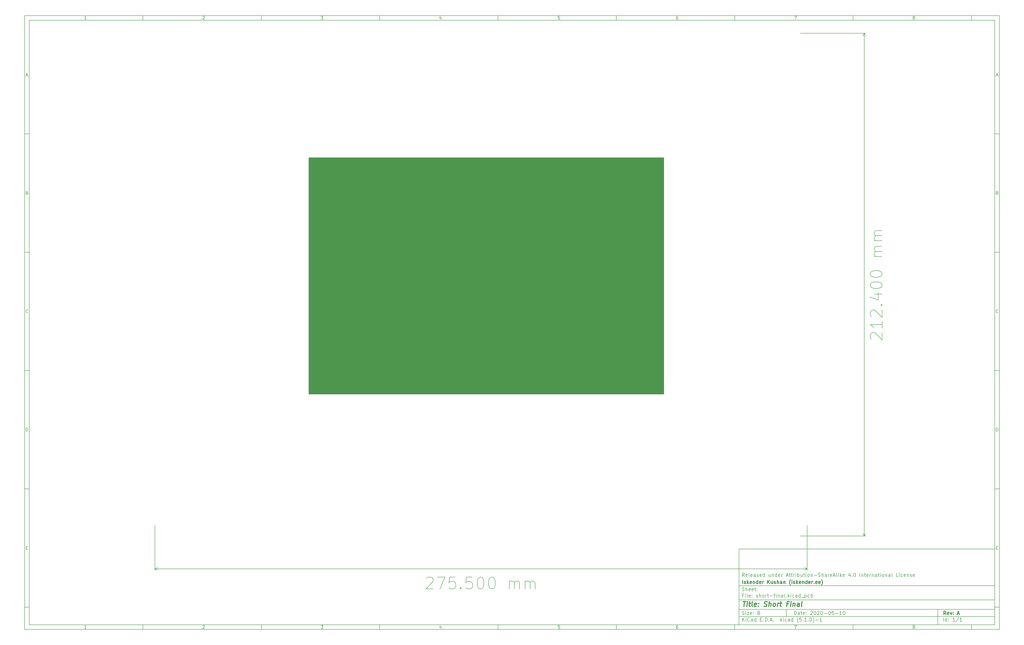
<source format=gbr>
G04 #@! TF.GenerationSoftware,KiCad,Pcbnew,(5.1.0)-1*
G04 #@! TF.CreationDate,2020-05-10T15:52:09-07:00*
G04 #@! TF.ProjectId,short-final,73686f72-742d-4666-996e-616c2e6b6963,A*
G04 #@! TF.SameCoordinates,Original*
G04 #@! TF.FileFunction,Drawing*
%FSLAX46Y46*%
G04 Gerber Fmt 4.6, Leading zero omitted, Abs format (unit mm)*
G04 Created by KiCad (PCBNEW (5.1.0)-1) date 2020-05-10 15:52:09*
%MOMM*%
%LPD*%
G04 APERTURE LIST*
%ADD10C,0.100000*%
%ADD11C,0.150000*%
%ADD12C,0.300000*%
%ADD13C,0.400000*%
G04 APERTURE END LIST*
D10*
D11*
X311800000Y-235400000D02*
X311800000Y-267400000D01*
X419800000Y-267400000D01*
X419800000Y-235400000D01*
X311800000Y-235400000D01*
D10*
D11*
X10000000Y-10000000D02*
X10000000Y-269400000D01*
X421800000Y-269400000D01*
X421800000Y-10000000D01*
X10000000Y-10000000D01*
D10*
D11*
X12000000Y-12000000D02*
X12000000Y-267400000D01*
X419800000Y-267400000D01*
X419800000Y-12000000D01*
X12000000Y-12000000D01*
D10*
D11*
X60000000Y-12000000D02*
X60000000Y-10000000D01*
D10*
D11*
X110000000Y-12000000D02*
X110000000Y-10000000D01*
D10*
D11*
X160000000Y-12000000D02*
X160000000Y-10000000D01*
D10*
D11*
X210000000Y-12000000D02*
X210000000Y-10000000D01*
D10*
D11*
X260000000Y-12000000D02*
X260000000Y-10000000D01*
D10*
D11*
X310000000Y-12000000D02*
X310000000Y-10000000D01*
D10*
D11*
X360000000Y-12000000D02*
X360000000Y-10000000D01*
D10*
D11*
X410000000Y-12000000D02*
X410000000Y-10000000D01*
D10*
D11*
X36065476Y-11588095D02*
X35322619Y-11588095D01*
X35694047Y-11588095D02*
X35694047Y-10288095D01*
X35570238Y-10473809D01*
X35446428Y-10597619D01*
X35322619Y-10659523D01*
D10*
D11*
X85322619Y-10411904D02*
X85384523Y-10350000D01*
X85508333Y-10288095D01*
X85817857Y-10288095D01*
X85941666Y-10350000D01*
X86003571Y-10411904D01*
X86065476Y-10535714D01*
X86065476Y-10659523D01*
X86003571Y-10845238D01*
X85260714Y-11588095D01*
X86065476Y-11588095D01*
D10*
D11*
X135260714Y-10288095D02*
X136065476Y-10288095D01*
X135632142Y-10783333D01*
X135817857Y-10783333D01*
X135941666Y-10845238D01*
X136003571Y-10907142D01*
X136065476Y-11030952D01*
X136065476Y-11340476D01*
X136003571Y-11464285D01*
X135941666Y-11526190D01*
X135817857Y-11588095D01*
X135446428Y-11588095D01*
X135322619Y-11526190D01*
X135260714Y-11464285D01*
D10*
D11*
X185941666Y-10721428D02*
X185941666Y-11588095D01*
X185632142Y-10226190D02*
X185322619Y-11154761D01*
X186127380Y-11154761D01*
D10*
D11*
X236003571Y-10288095D02*
X235384523Y-10288095D01*
X235322619Y-10907142D01*
X235384523Y-10845238D01*
X235508333Y-10783333D01*
X235817857Y-10783333D01*
X235941666Y-10845238D01*
X236003571Y-10907142D01*
X236065476Y-11030952D01*
X236065476Y-11340476D01*
X236003571Y-11464285D01*
X235941666Y-11526190D01*
X235817857Y-11588095D01*
X235508333Y-11588095D01*
X235384523Y-11526190D01*
X235322619Y-11464285D01*
D10*
D11*
X285941666Y-10288095D02*
X285694047Y-10288095D01*
X285570238Y-10350000D01*
X285508333Y-10411904D01*
X285384523Y-10597619D01*
X285322619Y-10845238D01*
X285322619Y-11340476D01*
X285384523Y-11464285D01*
X285446428Y-11526190D01*
X285570238Y-11588095D01*
X285817857Y-11588095D01*
X285941666Y-11526190D01*
X286003571Y-11464285D01*
X286065476Y-11340476D01*
X286065476Y-11030952D01*
X286003571Y-10907142D01*
X285941666Y-10845238D01*
X285817857Y-10783333D01*
X285570238Y-10783333D01*
X285446428Y-10845238D01*
X285384523Y-10907142D01*
X285322619Y-11030952D01*
D10*
D11*
X335260714Y-10288095D02*
X336127380Y-10288095D01*
X335570238Y-11588095D01*
D10*
D11*
X385570238Y-10845238D02*
X385446428Y-10783333D01*
X385384523Y-10721428D01*
X385322619Y-10597619D01*
X385322619Y-10535714D01*
X385384523Y-10411904D01*
X385446428Y-10350000D01*
X385570238Y-10288095D01*
X385817857Y-10288095D01*
X385941666Y-10350000D01*
X386003571Y-10411904D01*
X386065476Y-10535714D01*
X386065476Y-10597619D01*
X386003571Y-10721428D01*
X385941666Y-10783333D01*
X385817857Y-10845238D01*
X385570238Y-10845238D01*
X385446428Y-10907142D01*
X385384523Y-10969047D01*
X385322619Y-11092857D01*
X385322619Y-11340476D01*
X385384523Y-11464285D01*
X385446428Y-11526190D01*
X385570238Y-11588095D01*
X385817857Y-11588095D01*
X385941666Y-11526190D01*
X386003571Y-11464285D01*
X386065476Y-11340476D01*
X386065476Y-11092857D01*
X386003571Y-10969047D01*
X385941666Y-10907142D01*
X385817857Y-10845238D01*
D10*
D11*
X60000000Y-267400000D02*
X60000000Y-269400000D01*
D10*
D11*
X110000000Y-267400000D02*
X110000000Y-269400000D01*
D10*
D11*
X160000000Y-267400000D02*
X160000000Y-269400000D01*
D10*
D11*
X210000000Y-267400000D02*
X210000000Y-269400000D01*
D10*
D11*
X260000000Y-267400000D02*
X260000000Y-269400000D01*
D10*
D11*
X310000000Y-267400000D02*
X310000000Y-269400000D01*
D10*
D11*
X360000000Y-267400000D02*
X360000000Y-269400000D01*
D10*
D11*
X410000000Y-267400000D02*
X410000000Y-269400000D01*
D10*
D11*
X36065476Y-268988095D02*
X35322619Y-268988095D01*
X35694047Y-268988095D02*
X35694047Y-267688095D01*
X35570238Y-267873809D01*
X35446428Y-267997619D01*
X35322619Y-268059523D01*
D10*
D11*
X85322619Y-267811904D02*
X85384523Y-267750000D01*
X85508333Y-267688095D01*
X85817857Y-267688095D01*
X85941666Y-267750000D01*
X86003571Y-267811904D01*
X86065476Y-267935714D01*
X86065476Y-268059523D01*
X86003571Y-268245238D01*
X85260714Y-268988095D01*
X86065476Y-268988095D01*
D10*
D11*
X135260714Y-267688095D02*
X136065476Y-267688095D01*
X135632142Y-268183333D01*
X135817857Y-268183333D01*
X135941666Y-268245238D01*
X136003571Y-268307142D01*
X136065476Y-268430952D01*
X136065476Y-268740476D01*
X136003571Y-268864285D01*
X135941666Y-268926190D01*
X135817857Y-268988095D01*
X135446428Y-268988095D01*
X135322619Y-268926190D01*
X135260714Y-268864285D01*
D10*
D11*
X185941666Y-268121428D02*
X185941666Y-268988095D01*
X185632142Y-267626190D02*
X185322619Y-268554761D01*
X186127380Y-268554761D01*
D10*
D11*
X236003571Y-267688095D02*
X235384523Y-267688095D01*
X235322619Y-268307142D01*
X235384523Y-268245238D01*
X235508333Y-268183333D01*
X235817857Y-268183333D01*
X235941666Y-268245238D01*
X236003571Y-268307142D01*
X236065476Y-268430952D01*
X236065476Y-268740476D01*
X236003571Y-268864285D01*
X235941666Y-268926190D01*
X235817857Y-268988095D01*
X235508333Y-268988095D01*
X235384523Y-268926190D01*
X235322619Y-268864285D01*
D10*
D11*
X285941666Y-267688095D02*
X285694047Y-267688095D01*
X285570238Y-267750000D01*
X285508333Y-267811904D01*
X285384523Y-267997619D01*
X285322619Y-268245238D01*
X285322619Y-268740476D01*
X285384523Y-268864285D01*
X285446428Y-268926190D01*
X285570238Y-268988095D01*
X285817857Y-268988095D01*
X285941666Y-268926190D01*
X286003571Y-268864285D01*
X286065476Y-268740476D01*
X286065476Y-268430952D01*
X286003571Y-268307142D01*
X285941666Y-268245238D01*
X285817857Y-268183333D01*
X285570238Y-268183333D01*
X285446428Y-268245238D01*
X285384523Y-268307142D01*
X285322619Y-268430952D01*
D10*
D11*
X335260714Y-267688095D02*
X336127380Y-267688095D01*
X335570238Y-268988095D01*
D10*
D11*
X385570238Y-268245238D02*
X385446428Y-268183333D01*
X385384523Y-268121428D01*
X385322619Y-267997619D01*
X385322619Y-267935714D01*
X385384523Y-267811904D01*
X385446428Y-267750000D01*
X385570238Y-267688095D01*
X385817857Y-267688095D01*
X385941666Y-267750000D01*
X386003571Y-267811904D01*
X386065476Y-267935714D01*
X386065476Y-267997619D01*
X386003571Y-268121428D01*
X385941666Y-268183333D01*
X385817857Y-268245238D01*
X385570238Y-268245238D01*
X385446428Y-268307142D01*
X385384523Y-268369047D01*
X385322619Y-268492857D01*
X385322619Y-268740476D01*
X385384523Y-268864285D01*
X385446428Y-268926190D01*
X385570238Y-268988095D01*
X385817857Y-268988095D01*
X385941666Y-268926190D01*
X386003571Y-268864285D01*
X386065476Y-268740476D01*
X386065476Y-268492857D01*
X386003571Y-268369047D01*
X385941666Y-268307142D01*
X385817857Y-268245238D01*
D10*
D11*
X10000000Y-60000000D02*
X12000000Y-60000000D01*
D10*
D11*
X10000000Y-110000000D02*
X12000000Y-110000000D01*
D10*
D11*
X10000000Y-160000000D02*
X12000000Y-160000000D01*
D10*
D11*
X10000000Y-210000000D02*
X12000000Y-210000000D01*
D10*
D11*
X10000000Y-260000000D02*
X12000000Y-260000000D01*
D10*
D11*
X10690476Y-35216666D02*
X11309523Y-35216666D01*
X10566666Y-35588095D02*
X11000000Y-34288095D01*
X11433333Y-35588095D01*
D10*
D11*
X11092857Y-84907142D02*
X11278571Y-84969047D01*
X11340476Y-85030952D01*
X11402380Y-85154761D01*
X11402380Y-85340476D01*
X11340476Y-85464285D01*
X11278571Y-85526190D01*
X11154761Y-85588095D01*
X10659523Y-85588095D01*
X10659523Y-84288095D01*
X11092857Y-84288095D01*
X11216666Y-84350000D01*
X11278571Y-84411904D01*
X11340476Y-84535714D01*
X11340476Y-84659523D01*
X11278571Y-84783333D01*
X11216666Y-84845238D01*
X11092857Y-84907142D01*
X10659523Y-84907142D01*
D10*
D11*
X11402380Y-135464285D02*
X11340476Y-135526190D01*
X11154761Y-135588095D01*
X11030952Y-135588095D01*
X10845238Y-135526190D01*
X10721428Y-135402380D01*
X10659523Y-135278571D01*
X10597619Y-135030952D01*
X10597619Y-134845238D01*
X10659523Y-134597619D01*
X10721428Y-134473809D01*
X10845238Y-134350000D01*
X11030952Y-134288095D01*
X11154761Y-134288095D01*
X11340476Y-134350000D01*
X11402380Y-134411904D01*
D10*
D11*
X10659523Y-185588095D02*
X10659523Y-184288095D01*
X10969047Y-184288095D01*
X11154761Y-184350000D01*
X11278571Y-184473809D01*
X11340476Y-184597619D01*
X11402380Y-184845238D01*
X11402380Y-185030952D01*
X11340476Y-185278571D01*
X11278571Y-185402380D01*
X11154761Y-185526190D01*
X10969047Y-185588095D01*
X10659523Y-185588095D01*
D10*
D11*
X10721428Y-234907142D02*
X11154761Y-234907142D01*
X11340476Y-235588095D02*
X10721428Y-235588095D01*
X10721428Y-234288095D01*
X11340476Y-234288095D01*
D10*
D11*
X421800000Y-60000000D02*
X419800000Y-60000000D01*
D10*
D11*
X421800000Y-110000000D02*
X419800000Y-110000000D01*
D10*
D11*
X421800000Y-160000000D02*
X419800000Y-160000000D01*
D10*
D11*
X421800000Y-210000000D02*
X419800000Y-210000000D01*
D10*
D11*
X421800000Y-260000000D02*
X419800000Y-260000000D01*
D10*
D11*
X420490476Y-35216666D02*
X421109523Y-35216666D01*
X420366666Y-35588095D02*
X420800000Y-34288095D01*
X421233333Y-35588095D01*
D10*
D11*
X420892857Y-84907142D02*
X421078571Y-84969047D01*
X421140476Y-85030952D01*
X421202380Y-85154761D01*
X421202380Y-85340476D01*
X421140476Y-85464285D01*
X421078571Y-85526190D01*
X420954761Y-85588095D01*
X420459523Y-85588095D01*
X420459523Y-84288095D01*
X420892857Y-84288095D01*
X421016666Y-84350000D01*
X421078571Y-84411904D01*
X421140476Y-84535714D01*
X421140476Y-84659523D01*
X421078571Y-84783333D01*
X421016666Y-84845238D01*
X420892857Y-84907142D01*
X420459523Y-84907142D01*
D10*
D11*
X421202380Y-135464285D02*
X421140476Y-135526190D01*
X420954761Y-135588095D01*
X420830952Y-135588095D01*
X420645238Y-135526190D01*
X420521428Y-135402380D01*
X420459523Y-135278571D01*
X420397619Y-135030952D01*
X420397619Y-134845238D01*
X420459523Y-134597619D01*
X420521428Y-134473809D01*
X420645238Y-134350000D01*
X420830952Y-134288095D01*
X420954761Y-134288095D01*
X421140476Y-134350000D01*
X421202380Y-134411904D01*
D10*
D11*
X420459523Y-185588095D02*
X420459523Y-184288095D01*
X420769047Y-184288095D01*
X420954761Y-184350000D01*
X421078571Y-184473809D01*
X421140476Y-184597619D01*
X421202380Y-184845238D01*
X421202380Y-185030952D01*
X421140476Y-185278571D01*
X421078571Y-185402380D01*
X420954761Y-185526190D01*
X420769047Y-185588095D01*
X420459523Y-185588095D01*
D10*
D11*
X420521428Y-234907142D02*
X420954761Y-234907142D01*
X421140476Y-235588095D02*
X420521428Y-235588095D01*
X420521428Y-234288095D01*
X421140476Y-234288095D01*
D10*
D11*
X335232142Y-263178571D02*
X335232142Y-261678571D01*
X335589285Y-261678571D01*
X335803571Y-261750000D01*
X335946428Y-261892857D01*
X336017857Y-262035714D01*
X336089285Y-262321428D01*
X336089285Y-262535714D01*
X336017857Y-262821428D01*
X335946428Y-262964285D01*
X335803571Y-263107142D01*
X335589285Y-263178571D01*
X335232142Y-263178571D01*
X337375000Y-263178571D02*
X337375000Y-262392857D01*
X337303571Y-262250000D01*
X337160714Y-262178571D01*
X336875000Y-262178571D01*
X336732142Y-262250000D01*
X337375000Y-263107142D02*
X337232142Y-263178571D01*
X336875000Y-263178571D01*
X336732142Y-263107142D01*
X336660714Y-262964285D01*
X336660714Y-262821428D01*
X336732142Y-262678571D01*
X336875000Y-262607142D01*
X337232142Y-262607142D01*
X337375000Y-262535714D01*
X337875000Y-262178571D02*
X338446428Y-262178571D01*
X338089285Y-261678571D02*
X338089285Y-262964285D01*
X338160714Y-263107142D01*
X338303571Y-263178571D01*
X338446428Y-263178571D01*
X339517857Y-263107142D02*
X339375000Y-263178571D01*
X339089285Y-263178571D01*
X338946428Y-263107142D01*
X338875000Y-262964285D01*
X338875000Y-262392857D01*
X338946428Y-262250000D01*
X339089285Y-262178571D01*
X339375000Y-262178571D01*
X339517857Y-262250000D01*
X339589285Y-262392857D01*
X339589285Y-262535714D01*
X338875000Y-262678571D01*
X340232142Y-263035714D02*
X340303571Y-263107142D01*
X340232142Y-263178571D01*
X340160714Y-263107142D01*
X340232142Y-263035714D01*
X340232142Y-263178571D01*
X340232142Y-262250000D02*
X340303571Y-262321428D01*
X340232142Y-262392857D01*
X340160714Y-262321428D01*
X340232142Y-262250000D01*
X340232142Y-262392857D01*
X342017857Y-261821428D02*
X342089285Y-261750000D01*
X342232142Y-261678571D01*
X342589285Y-261678571D01*
X342732142Y-261750000D01*
X342803571Y-261821428D01*
X342875000Y-261964285D01*
X342875000Y-262107142D01*
X342803571Y-262321428D01*
X341946428Y-263178571D01*
X342875000Y-263178571D01*
X343803571Y-261678571D02*
X343946428Y-261678571D01*
X344089285Y-261750000D01*
X344160714Y-261821428D01*
X344232142Y-261964285D01*
X344303571Y-262250000D01*
X344303571Y-262607142D01*
X344232142Y-262892857D01*
X344160714Y-263035714D01*
X344089285Y-263107142D01*
X343946428Y-263178571D01*
X343803571Y-263178571D01*
X343660714Y-263107142D01*
X343589285Y-263035714D01*
X343517857Y-262892857D01*
X343446428Y-262607142D01*
X343446428Y-262250000D01*
X343517857Y-261964285D01*
X343589285Y-261821428D01*
X343660714Y-261750000D01*
X343803571Y-261678571D01*
X344875000Y-261821428D02*
X344946428Y-261750000D01*
X345089285Y-261678571D01*
X345446428Y-261678571D01*
X345589285Y-261750000D01*
X345660714Y-261821428D01*
X345732142Y-261964285D01*
X345732142Y-262107142D01*
X345660714Y-262321428D01*
X344803571Y-263178571D01*
X345732142Y-263178571D01*
X346660714Y-261678571D02*
X346803571Y-261678571D01*
X346946428Y-261750000D01*
X347017857Y-261821428D01*
X347089285Y-261964285D01*
X347160714Y-262250000D01*
X347160714Y-262607142D01*
X347089285Y-262892857D01*
X347017857Y-263035714D01*
X346946428Y-263107142D01*
X346803571Y-263178571D01*
X346660714Y-263178571D01*
X346517857Y-263107142D01*
X346446428Y-263035714D01*
X346375000Y-262892857D01*
X346303571Y-262607142D01*
X346303571Y-262250000D01*
X346375000Y-261964285D01*
X346446428Y-261821428D01*
X346517857Y-261750000D01*
X346660714Y-261678571D01*
X347803571Y-262607142D02*
X348946428Y-262607142D01*
X349946428Y-261678571D02*
X350089285Y-261678571D01*
X350232142Y-261750000D01*
X350303571Y-261821428D01*
X350375000Y-261964285D01*
X350446428Y-262250000D01*
X350446428Y-262607142D01*
X350375000Y-262892857D01*
X350303571Y-263035714D01*
X350232142Y-263107142D01*
X350089285Y-263178571D01*
X349946428Y-263178571D01*
X349803571Y-263107142D01*
X349732142Y-263035714D01*
X349660714Y-262892857D01*
X349589285Y-262607142D01*
X349589285Y-262250000D01*
X349660714Y-261964285D01*
X349732142Y-261821428D01*
X349803571Y-261750000D01*
X349946428Y-261678571D01*
X351803571Y-261678571D02*
X351089285Y-261678571D01*
X351017857Y-262392857D01*
X351089285Y-262321428D01*
X351232142Y-262250000D01*
X351589285Y-262250000D01*
X351732142Y-262321428D01*
X351803571Y-262392857D01*
X351875000Y-262535714D01*
X351875000Y-262892857D01*
X351803571Y-263035714D01*
X351732142Y-263107142D01*
X351589285Y-263178571D01*
X351232142Y-263178571D01*
X351089285Y-263107142D01*
X351017857Y-263035714D01*
X352517857Y-262607142D02*
X353660714Y-262607142D01*
X355160714Y-263178571D02*
X354303571Y-263178571D01*
X354732142Y-263178571D02*
X354732142Y-261678571D01*
X354589285Y-261892857D01*
X354446428Y-262035714D01*
X354303571Y-262107142D01*
X356089285Y-261678571D02*
X356232142Y-261678571D01*
X356375000Y-261750000D01*
X356446428Y-261821428D01*
X356517857Y-261964285D01*
X356589285Y-262250000D01*
X356589285Y-262607142D01*
X356517857Y-262892857D01*
X356446428Y-263035714D01*
X356375000Y-263107142D01*
X356232142Y-263178571D01*
X356089285Y-263178571D01*
X355946428Y-263107142D01*
X355875000Y-263035714D01*
X355803571Y-262892857D01*
X355732142Y-262607142D01*
X355732142Y-262250000D01*
X355803571Y-261964285D01*
X355875000Y-261821428D01*
X355946428Y-261750000D01*
X356089285Y-261678571D01*
D10*
D11*
X311800000Y-263900000D02*
X419800000Y-263900000D01*
D10*
D11*
X313232142Y-265978571D02*
X313232142Y-264478571D01*
X314089285Y-265978571D02*
X313446428Y-265121428D01*
X314089285Y-264478571D02*
X313232142Y-265335714D01*
X314732142Y-265978571D02*
X314732142Y-264978571D01*
X314732142Y-264478571D02*
X314660714Y-264550000D01*
X314732142Y-264621428D01*
X314803571Y-264550000D01*
X314732142Y-264478571D01*
X314732142Y-264621428D01*
X316303571Y-265835714D02*
X316232142Y-265907142D01*
X316017857Y-265978571D01*
X315875000Y-265978571D01*
X315660714Y-265907142D01*
X315517857Y-265764285D01*
X315446428Y-265621428D01*
X315375000Y-265335714D01*
X315375000Y-265121428D01*
X315446428Y-264835714D01*
X315517857Y-264692857D01*
X315660714Y-264550000D01*
X315875000Y-264478571D01*
X316017857Y-264478571D01*
X316232142Y-264550000D01*
X316303571Y-264621428D01*
X317589285Y-265978571D02*
X317589285Y-265192857D01*
X317517857Y-265050000D01*
X317375000Y-264978571D01*
X317089285Y-264978571D01*
X316946428Y-265050000D01*
X317589285Y-265907142D02*
X317446428Y-265978571D01*
X317089285Y-265978571D01*
X316946428Y-265907142D01*
X316875000Y-265764285D01*
X316875000Y-265621428D01*
X316946428Y-265478571D01*
X317089285Y-265407142D01*
X317446428Y-265407142D01*
X317589285Y-265335714D01*
X318946428Y-265978571D02*
X318946428Y-264478571D01*
X318946428Y-265907142D02*
X318803571Y-265978571D01*
X318517857Y-265978571D01*
X318375000Y-265907142D01*
X318303571Y-265835714D01*
X318232142Y-265692857D01*
X318232142Y-265264285D01*
X318303571Y-265121428D01*
X318375000Y-265050000D01*
X318517857Y-264978571D01*
X318803571Y-264978571D01*
X318946428Y-265050000D01*
X320803571Y-265192857D02*
X321303571Y-265192857D01*
X321517857Y-265978571D02*
X320803571Y-265978571D01*
X320803571Y-264478571D01*
X321517857Y-264478571D01*
X322160714Y-265835714D02*
X322232142Y-265907142D01*
X322160714Y-265978571D01*
X322089285Y-265907142D01*
X322160714Y-265835714D01*
X322160714Y-265978571D01*
X322875000Y-265978571D02*
X322875000Y-264478571D01*
X323232142Y-264478571D01*
X323446428Y-264550000D01*
X323589285Y-264692857D01*
X323660714Y-264835714D01*
X323732142Y-265121428D01*
X323732142Y-265335714D01*
X323660714Y-265621428D01*
X323589285Y-265764285D01*
X323446428Y-265907142D01*
X323232142Y-265978571D01*
X322875000Y-265978571D01*
X324375000Y-265835714D02*
X324446428Y-265907142D01*
X324375000Y-265978571D01*
X324303571Y-265907142D01*
X324375000Y-265835714D01*
X324375000Y-265978571D01*
X325017857Y-265550000D02*
X325732142Y-265550000D01*
X324875000Y-265978571D02*
X325375000Y-264478571D01*
X325875000Y-265978571D01*
X326375000Y-265835714D02*
X326446428Y-265907142D01*
X326375000Y-265978571D01*
X326303571Y-265907142D01*
X326375000Y-265835714D01*
X326375000Y-265978571D01*
X329375000Y-265978571D02*
X329375000Y-264478571D01*
X329517857Y-265407142D02*
X329946428Y-265978571D01*
X329946428Y-264978571D02*
X329375000Y-265550000D01*
X330589285Y-265978571D02*
X330589285Y-264978571D01*
X330589285Y-264478571D02*
X330517857Y-264550000D01*
X330589285Y-264621428D01*
X330660714Y-264550000D01*
X330589285Y-264478571D01*
X330589285Y-264621428D01*
X331946428Y-265907142D02*
X331803571Y-265978571D01*
X331517857Y-265978571D01*
X331375000Y-265907142D01*
X331303571Y-265835714D01*
X331232142Y-265692857D01*
X331232142Y-265264285D01*
X331303571Y-265121428D01*
X331375000Y-265050000D01*
X331517857Y-264978571D01*
X331803571Y-264978571D01*
X331946428Y-265050000D01*
X333232142Y-265978571D02*
X333232142Y-265192857D01*
X333160714Y-265050000D01*
X333017857Y-264978571D01*
X332732142Y-264978571D01*
X332589285Y-265050000D01*
X333232142Y-265907142D02*
X333089285Y-265978571D01*
X332732142Y-265978571D01*
X332589285Y-265907142D01*
X332517857Y-265764285D01*
X332517857Y-265621428D01*
X332589285Y-265478571D01*
X332732142Y-265407142D01*
X333089285Y-265407142D01*
X333232142Y-265335714D01*
X334589285Y-265978571D02*
X334589285Y-264478571D01*
X334589285Y-265907142D02*
X334446428Y-265978571D01*
X334160714Y-265978571D01*
X334017857Y-265907142D01*
X333946428Y-265835714D01*
X333875000Y-265692857D01*
X333875000Y-265264285D01*
X333946428Y-265121428D01*
X334017857Y-265050000D01*
X334160714Y-264978571D01*
X334446428Y-264978571D01*
X334589285Y-265050000D01*
X336875000Y-266550000D02*
X336803571Y-266478571D01*
X336660714Y-266264285D01*
X336589285Y-266121428D01*
X336517857Y-265907142D01*
X336446428Y-265550000D01*
X336446428Y-265264285D01*
X336517857Y-264907142D01*
X336589285Y-264692857D01*
X336660714Y-264550000D01*
X336803571Y-264335714D01*
X336875000Y-264264285D01*
X338160714Y-264478571D02*
X337446428Y-264478571D01*
X337375000Y-265192857D01*
X337446428Y-265121428D01*
X337589285Y-265050000D01*
X337946428Y-265050000D01*
X338089285Y-265121428D01*
X338160714Y-265192857D01*
X338232142Y-265335714D01*
X338232142Y-265692857D01*
X338160714Y-265835714D01*
X338089285Y-265907142D01*
X337946428Y-265978571D01*
X337589285Y-265978571D01*
X337446428Y-265907142D01*
X337375000Y-265835714D01*
X338875000Y-265835714D02*
X338946428Y-265907142D01*
X338875000Y-265978571D01*
X338803571Y-265907142D01*
X338875000Y-265835714D01*
X338875000Y-265978571D01*
X340375000Y-265978571D02*
X339517857Y-265978571D01*
X339946428Y-265978571D02*
X339946428Y-264478571D01*
X339803571Y-264692857D01*
X339660714Y-264835714D01*
X339517857Y-264907142D01*
X341017857Y-265835714D02*
X341089285Y-265907142D01*
X341017857Y-265978571D01*
X340946428Y-265907142D01*
X341017857Y-265835714D01*
X341017857Y-265978571D01*
X342017857Y-264478571D02*
X342160714Y-264478571D01*
X342303571Y-264550000D01*
X342375000Y-264621428D01*
X342446428Y-264764285D01*
X342517857Y-265050000D01*
X342517857Y-265407142D01*
X342446428Y-265692857D01*
X342375000Y-265835714D01*
X342303571Y-265907142D01*
X342160714Y-265978571D01*
X342017857Y-265978571D01*
X341875000Y-265907142D01*
X341803571Y-265835714D01*
X341732142Y-265692857D01*
X341660714Y-265407142D01*
X341660714Y-265050000D01*
X341732142Y-264764285D01*
X341803571Y-264621428D01*
X341875000Y-264550000D01*
X342017857Y-264478571D01*
X343017857Y-266550000D02*
X343089285Y-266478571D01*
X343232142Y-266264285D01*
X343303571Y-266121428D01*
X343375000Y-265907142D01*
X343446428Y-265550000D01*
X343446428Y-265264285D01*
X343375000Y-264907142D01*
X343303571Y-264692857D01*
X343232142Y-264550000D01*
X343089285Y-264335714D01*
X343017857Y-264264285D01*
X344160714Y-265407142D02*
X345303571Y-265407142D01*
X346803571Y-265978571D02*
X345946428Y-265978571D01*
X346375000Y-265978571D02*
X346375000Y-264478571D01*
X346232142Y-264692857D01*
X346089285Y-264835714D01*
X345946428Y-264907142D01*
D10*
D11*
X311800000Y-260900000D02*
X419800000Y-260900000D01*
D10*
D12*
X399209285Y-263178571D02*
X398709285Y-262464285D01*
X398352142Y-263178571D02*
X398352142Y-261678571D01*
X398923571Y-261678571D01*
X399066428Y-261750000D01*
X399137857Y-261821428D01*
X399209285Y-261964285D01*
X399209285Y-262178571D01*
X399137857Y-262321428D01*
X399066428Y-262392857D01*
X398923571Y-262464285D01*
X398352142Y-262464285D01*
X400423571Y-263107142D02*
X400280714Y-263178571D01*
X399995000Y-263178571D01*
X399852142Y-263107142D01*
X399780714Y-262964285D01*
X399780714Y-262392857D01*
X399852142Y-262250000D01*
X399995000Y-262178571D01*
X400280714Y-262178571D01*
X400423571Y-262250000D01*
X400495000Y-262392857D01*
X400495000Y-262535714D01*
X399780714Y-262678571D01*
X400995000Y-262178571D02*
X401352142Y-263178571D01*
X401709285Y-262178571D01*
X402280714Y-263035714D02*
X402352142Y-263107142D01*
X402280714Y-263178571D01*
X402209285Y-263107142D01*
X402280714Y-263035714D01*
X402280714Y-263178571D01*
X402280714Y-262250000D02*
X402352142Y-262321428D01*
X402280714Y-262392857D01*
X402209285Y-262321428D01*
X402280714Y-262250000D01*
X402280714Y-262392857D01*
X404066428Y-262750000D02*
X404780714Y-262750000D01*
X403923571Y-263178571D02*
X404423571Y-261678571D01*
X404923571Y-263178571D01*
D10*
D11*
X313160714Y-263107142D02*
X313375000Y-263178571D01*
X313732142Y-263178571D01*
X313875000Y-263107142D01*
X313946428Y-263035714D01*
X314017857Y-262892857D01*
X314017857Y-262750000D01*
X313946428Y-262607142D01*
X313875000Y-262535714D01*
X313732142Y-262464285D01*
X313446428Y-262392857D01*
X313303571Y-262321428D01*
X313232142Y-262250000D01*
X313160714Y-262107142D01*
X313160714Y-261964285D01*
X313232142Y-261821428D01*
X313303571Y-261750000D01*
X313446428Y-261678571D01*
X313803571Y-261678571D01*
X314017857Y-261750000D01*
X314660714Y-263178571D02*
X314660714Y-262178571D01*
X314660714Y-261678571D02*
X314589285Y-261750000D01*
X314660714Y-261821428D01*
X314732142Y-261750000D01*
X314660714Y-261678571D01*
X314660714Y-261821428D01*
X315232142Y-262178571D02*
X316017857Y-262178571D01*
X315232142Y-263178571D01*
X316017857Y-263178571D01*
X317160714Y-263107142D02*
X317017857Y-263178571D01*
X316732142Y-263178571D01*
X316589285Y-263107142D01*
X316517857Y-262964285D01*
X316517857Y-262392857D01*
X316589285Y-262250000D01*
X316732142Y-262178571D01*
X317017857Y-262178571D01*
X317160714Y-262250000D01*
X317232142Y-262392857D01*
X317232142Y-262535714D01*
X316517857Y-262678571D01*
X317875000Y-263035714D02*
X317946428Y-263107142D01*
X317875000Y-263178571D01*
X317803571Y-263107142D01*
X317875000Y-263035714D01*
X317875000Y-263178571D01*
X317875000Y-262250000D02*
X317946428Y-262321428D01*
X317875000Y-262392857D01*
X317803571Y-262321428D01*
X317875000Y-262250000D01*
X317875000Y-262392857D01*
X320232142Y-262392857D02*
X320446428Y-262464285D01*
X320517857Y-262535714D01*
X320589285Y-262678571D01*
X320589285Y-262892857D01*
X320517857Y-263035714D01*
X320446428Y-263107142D01*
X320303571Y-263178571D01*
X319732142Y-263178571D01*
X319732142Y-261678571D01*
X320232142Y-261678571D01*
X320375000Y-261750000D01*
X320446428Y-261821428D01*
X320517857Y-261964285D01*
X320517857Y-262107142D01*
X320446428Y-262250000D01*
X320375000Y-262321428D01*
X320232142Y-262392857D01*
X319732142Y-262392857D01*
D10*
D11*
X398232142Y-265978571D02*
X398232142Y-264478571D01*
X399589285Y-265978571D02*
X399589285Y-264478571D01*
X399589285Y-265907142D02*
X399446428Y-265978571D01*
X399160714Y-265978571D01*
X399017857Y-265907142D01*
X398946428Y-265835714D01*
X398875000Y-265692857D01*
X398875000Y-265264285D01*
X398946428Y-265121428D01*
X399017857Y-265050000D01*
X399160714Y-264978571D01*
X399446428Y-264978571D01*
X399589285Y-265050000D01*
X400303571Y-265835714D02*
X400375000Y-265907142D01*
X400303571Y-265978571D01*
X400232142Y-265907142D01*
X400303571Y-265835714D01*
X400303571Y-265978571D01*
X400303571Y-265050000D02*
X400375000Y-265121428D01*
X400303571Y-265192857D01*
X400232142Y-265121428D01*
X400303571Y-265050000D01*
X400303571Y-265192857D01*
X402946428Y-265978571D02*
X402089285Y-265978571D01*
X402517857Y-265978571D02*
X402517857Y-264478571D01*
X402375000Y-264692857D01*
X402232142Y-264835714D01*
X402089285Y-264907142D01*
X404660714Y-264407142D02*
X403375000Y-266335714D01*
X405946428Y-265978571D02*
X405089285Y-265978571D01*
X405517857Y-265978571D02*
X405517857Y-264478571D01*
X405375000Y-264692857D01*
X405232142Y-264835714D01*
X405089285Y-264907142D01*
D10*
D11*
X311800000Y-256900000D02*
X419800000Y-256900000D01*
D10*
D13*
X313512380Y-257604761D02*
X314655238Y-257604761D01*
X313833809Y-259604761D02*
X314083809Y-257604761D01*
X315071904Y-259604761D02*
X315238571Y-258271428D01*
X315321904Y-257604761D02*
X315214761Y-257700000D01*
X315298095Y-257795238D01*
X315405238Y-257700000D01*
X315321904Y-257604761D01*
X315298095Y-257795238D01*
X315905238Y-258271428D02*
X316667142Y-258271428D01*
X316274285Y-257604761D02*
X316060000Y-259319047D01*
X316131428Y-259509523D01*
X316310000Y-259604761D01*
X316500476Y-259604761D01*
X317452857Y-259604761D02*
X317274285Y-259509523D01*
X317202857Y-259319047D01*
X317417142Y-257604761D01*
X318988571Y-259509523D02*
X318786190Y-259604761D01*
X318405238Y-259604761D01*
X318226666Y-259509523D01*
X318155238Y-259319047D01*
X318250476Y-258557142D01*
X318369523Y-258366666D01*
X318571904Y-258271428D01*
X318952857Y-258271428D01*
X319131428Y-258366666D01*
X319202857Y-258557142D01*
X319179047Y-258747619D01*
X318202857Y-258938095D01*
X319952857Y-259414285D02*
X320036190Y-259509523D01*
X319929047Y-259604761D01*
X319845714Y-259509523D01*
X319952857Y-259414285D01*
X319929047Y-259604761D01*
X320083809Y-258366666D02*
X320167142Y-258461904D01*
X320060000Y-258557142D01*
X319976666Y-258461904D01*
X320083809Y-258366666D01*
X320060000Y-258557142D01*
X322321904Y-259509523D02*
X322595714Y-259604761D01*
X323071904Y-259604761D01*
X323274285Y-259509523D01*
X323381428Y-259414285D01*
X323500476Y-259223809D01*
X323524285Y-259033333D01*
X323452857Y-258842857D01*
X323369523Y-258747619D01*
X323190952Y-258652380D01*
X322821904Y-258557142D01*
X322643333Y-258461904D01*
X322560000Y-258366666D01*
X322488571Y-258176190D01*
X322512380Y-257985714D01*
X322631428Y-257795238D01*
X322738571Y-257700000D01*
X322940952Y-257604761D01*
X323417142Y-257604761D01*
X323690952Y-257700000D01*
X324310000Y-259604761D02*
X324560000Y-257604761D01*
X325167142Y-259604761D02*
X325298095Y-258557142D01*
X325226666Y-258366666D01*
X325048095Y-258271428D01*
X324762380Y-258271428D01*
X324560000Y-258366666D01*
X324452857Y-258461904D01*
X326405238Y-259604761D02*
X326226666Y-259509523D01*
X326143333Y-259414285D01*
X326071904Y-259223809D01*
X326143333Y-258652380D01*
X326262380Y-258461904D01*
X326369523Y-258366666D01*
X326571904Y-258271428D01*
X326857619Y-258271428D01*
X327036190Y-258366666D01*
X327119523Y-258461904D01*
X327190952Y-258652380D01*
X327119523Y-259223809D01*
X327000476Y-259414285D01*
X326893333Y-259509523D01*
X326690952Y-259604761D01*
X326405238Y-259604761D01*
X327929047Y-259604761D02*
X328095714Y-258271428D01*
X328048095Y-258652380D02*
X328167142Y-258461904D01*
X328274285Y-258366666D01*
X328476666Y-258271428D01*
X328667142Y-258271428D01*
X329048095Y-258271428D02*
X329810000Y-258271428D01*
X329417142Y-257604761D02*
X329202857Y-259319047D01*
X329274285Y-259509523D01*
X329452857Y-259604761D01*
X329643333Y-259604761D01*
X332631428Y-258557142D02*
X331964761Y-258557142D01*
X331833809Y-259604761D02*
X332083809Y-257604761D01*
X333036190Y-257604761D01*
X333548095Y-259604761D02*
X333714761Y-258271428D01*
X333798095Y-257604761D02*
X333690952Y-257700000D01*
X333774285Y-257795238D01*
X333881428Y-257700000D01*
X333798095Y-257604761D01*
X333774285Y-257795238D01*
X334667142Y-258271428D02*
X334500476Y-259604761D01*
X334643333Y-258461904D02*
X334750476Y-258366666D01*
X334952857Y-258271428D01*
X335238571Y-258271428D01*
X335417142Y-258366666D01*
X335488571Y-258557142D01*
X335357619Y-259604761D01*
X337167142Y-259604761D02*
X337298095Y-258557142D01*
X337226666Y-258366666D01*
X337048095Y-258271428D01*
X336667142Y-258271428D01*
X336464761Y-258366666D01*
X337179047Y-259509523D02*
X336976666Y-259604761D01*
X336500476Y-259604761D01*
X336321904Y-259509523D01*
X336250476Y-259319047D01*
X336274285Y-259128571D01*
X336393333Y-258938095D01*
X336595714Y-258842857D01*
X337071904Y-258842857D01*
X337274285Y-258747619D01*
X338405238Y-259604761D02*
X338226666Y-259509523D01*
X338155238Y-259319047D01*
X338369523Y-257604761D01*
D10*
D11*
X313732142Y-254992857D02*
X313232142Y-254992857D01*
X313232142Y-255778571D02*
X313232142Y-254278571D01*
X313946428Y-254278571D01*
X314517857Y-255778571D02*
X314517857Y-254778571D01*
X314517857Y-254278571D02*
X314446428Y-254350000D01*
X314517857Y-254421428D01*
X314589285Y-254350000D01*
X314517857Y-254278571D01*
X314517857Y-254421428D01*
X315446428Y-255778571D02*
X315303571Y-255707142D01*
X315232142Y-255564285D01*
X315232142Y-254278571D01*
X316589285Y-255707142D02*
X316446428Y-255778571D01*
X316160714Y-255778571D01*
X316017857Y-255707142D01*
X315946428Y-255564285D01*
X315946428Y-254992857D01*
X316017857Y-254850000D01*
X316160714Y-254778571D01*
X316446428Y-254778571D01*
X316589285Y-254850000D01*
X316660714Y-254992857D01*
X316660714Y-255135714D01*
X315946428Y-255278571D01*
X317303571Y-255635714D02*
X317375000Y-255707142D01*
X317303571Y-255778571D01*
X317232142Y-255707142D01*
X317303571Y-255635714D01*
X317303571Y-255778571D01*
X317303571Y-254850000D02*
X317375000Y-254921428D01*
X317303571Y-254992857D01*
X317232142Y-254921428D01*
X317303571Y-254850000D01*
X317303571Y-254992857D01*
X319089285Y-255707142D02*
X319232142Y-255778571D01*
X319517857Y-255778571D01*
X319660714Y-255707142D01*
X319732142Y-255564285D01*
X319732142Y-255492857D01*
X319660714Y-255350000D01*
X319517857Y-255278571D01*
X319303571Y-255278571D01*
X319160714Y-255207142D01*
X319089285Y-255064285D01*
X319089285Y-254992857D01*
X319160714Y-254850000D01*
X319303571Y-254778571D01*
X319517857Y-254778571D01*
X319660714Y-254850000D01*
X320375000Y-255778571D02*
X320375000Y-254278571D01*
X321017857Y-255778571D02*
X321017857Y-254992857D01*
X320946428Y-254850000D01*
X320803571Y-254778571D01*
X320589285Y-254778571D01*
X320446428Y-254850000D01*
X320375000Y-254921428D01*
X321946428Y-255778571D02*
X321803571Y-255707142D01*
X321732142Y-255635714D01*
X321660714Y-255492857D01*
X321660714Y-255064285D01*
X321732142Y-254921428D01*
X321803571Y-254850000D01*
X321946428Y-254778571D01*
X322160714Y-254778571D01*
X322303571Y-254850000D01*
X322375000Y-254921428D01*
X322446428Y-255064285D01*
X322446428Y-255492857D01*
X322375000Y-255635714D01*
X322303571Y-255707142D01*
X322160714Y-255778571D01*
X321946428Y-255778571D01*
X323089285Y-255778571D02*
X323089285Y-254778571D01*
X323089285Y-255064285D02*
X323160714Y-254921428D01*
X323232142Y-254850000D01*
X323375000Y-254778571D01*
X323517857Y-254778571D01*
X323803571Y-254778571D02*
X324375000Y-254778571D01*
X324017857Y-254278571D02*
X324017857Y-255564285D01*
X324089285Y-255707142D01*
X324232142Y-255778571D01*
X324375000Y-255778571D01*
X324875000Y-255207142D02*
X326017857Y-255207142D01*
X326517857Y-254778571D02*
X327089285Y-254778571D01*
X326732142Y-255778571D02*
X326732142Y-254492857D01*
X326803571Y-254350000D01*
X326946428Y-254278571D01*
X327089285Y-254278571D01*
X327589285Y-255778571D02*
X327589285Y-254778571D01*
X327589285Y-254278571D02*
X327517857Y-254350000D01*
X327589285Y-254421428D01*
X327660714Y-254350000D01*
X327589285Y-254278571D01*
X327589285Y-254421428D01*
X328303571Y-254778571D02*
X328303571Y-255778571D01*
X328303571Y-254921428D02*
X328375000Y-254850000D01*
X328517857Y-254778571D01*
X328732142Y-254778571D01*
X328875000Y-254850000D01*
X328946428Y-254992857D01*
X328946428Y-255778571D01*
X330303571Y-255778571D02*
X330303571Y-254992857D01*
X330232142Y-254850000D01*
X330089285Y-254778571D01*
X329803571Y-254778571D01*
X329660714Y-254850000D01*
X330303571Y-255707142D02*
X330160714Y-255778571D01*
X329803571Y-255778571D01*
X329660714Y-255707142D01*
X329589285Y-255564285D01*
X329589285Y-255421428D01*
X329660714Y-255278571D01*
X329803571Y-255207142D01*
X330160714Y-255207142D01*
X330303571Y-255135714D01*
X331232142Y-255778571D02*
X331089285Y-255707142D01*
X331017857Y-255564285D01*
X331017857Y-254278571D01*
X331803571Y-255635714D02*
X331875000Y-255707142D01*
X331803571Y-255778571D01*
X331732142Y-255707142D01*
X331803571Y-255635714D01*
X331803571Y-255778571D01*
X332517857Y-255778571D02*
X332517857Y-254278571D01*
X332660714Y-255207142D02*
X333089285Y-255778571D01*
X333089285Y-254778571D02*
X332517857Y-255350000D01*
X333732142Y-255778571D02*
X333732142Y-254778571D01*
X333732142Y-254278571D02*
X333660714Y-254350000D01*
X333732142Y-254421428D01*
X333803571Y-254350000D01*
X333732142Y-254278571D01*
X333732142Y-254421428D01*
X335089285Y-255707142D02*
X334946428Y-255778571D01*
X334660714Y-255778571D01*
X334517857Y-255707142D01*
X334446428Y-255635714D01*
X334375000Y-255492857D01*
X334375000Y-255064285D01*
X334446428Y-254921428D01*
X334517857Y-254850000D01*
X334660714Y-254778571D01*
X334946428Y-254778571D01*
X335089285Y-254850000D01*
X336375000Y-255778571D02*
X336375000Y-254992857D01*
X336303571Y-254850000D01*
X336160714Y-254778571D01*
X335875000Y-254778571D01*
X335732142Y-254850000D01*
X336375000Y-255707142D02*
X336232142Y-255778571D01*
X335875000Y-255778571D01*
X335732142Y-255707142D01*
X335660714Y-255564285D01*
X335660714Y-255421428D01*
X335732142Y-255278571D01*
X335875000Y-255207142D01*
X336232142Y-255207142D01*
X336375000Y-255135714D01*
X337732142Y-255778571D02*
X337732142Y-254278571D01*
X337732142Y-255707142D02*
X337589285Y-255778571D01*
X337303571Y-255778571D01*
X337160714Y-255707142D01*
X337089285Y-255635714D01*
X337017857Y-255492857D01*
X337017857Y-255064285D01*
X337089285Y-254921428D01*
X337160714Y-254850000D01*
X337303571Y-254778571D01*
X337589285Y-254778571D01*
X337732142Y-254850000D01*
X338089285Y-255921428D02*
X339232142Y-255921428D01*
X339589285Y-254778571D02*
X339589285Y-256278571D01*
X339589285Y-254850000D02*
X339732142Y-254778571D01*
X340017857Y-254778571D01*
X340160714Y-254850000D01*
X340232142Y-254921428D01*
X340303571Y-255064285D01*
X340303571Y-255492857D01*
X340232142Y-255635714D01*
X340160714Y-255707142D01*
X340017857Y-255778571D01*
X339732142Y-255778571D01*
X339589285Y-255707142D01*
X341589285Y-255707142D02*
X341446428Y-255778571D01*
X341160714Y-255778571D01*
X341017857Y-255707142D01*
X340946428Y-255635714D01*
X340875000Y-255492857D01*
X340875000Y-255064285D01*
X340946428Y-254921428D01*
X341017857Y-254850000D01*
X341160714Y-254778571D01*
X341446428Y-254778571D01*
X341589285Y-254850000D01*
X342232142Y-255778571D02*
X342232142Y-254278571D01*
X342232142Y-254850000D02*
X342375000Y-254778571D01*
X342660714Y-254778571D01*
X342803571Y-254850000D01*
X342875000Y-254921428D01*
X342946428Y-255064285D01*
X342946428Y-255492857D01*
X342875000Y-255635714D01*
X342803571Y-255707142D01*
X342660714Y-255778571D01*
X342375000Y-255778571D01*
X342232142Y-255707142D01*
D10*
D11*
X311800000Y-250900000D02*
X419800000Y-250900000D01*
D10*
D11*
X313160714Y-253007142D02*
X313375000Y-253078571D01*
X313732142Y-253078571D01*
X313875000Y-253007142D01*
X313946428Y-252935714D01*
X314017857Y-252792857D01*
X314017857Y-252650000D01*
X313946428Y-252507142D01*
X313875000Y-252435714D01*
X313732142Y-252364285D01*
X313446428Y-252292857D01*
X313303571Y-252221428D01*
X313232142Y-252150000D01*
X313160714Y-252007142D01*
X313160714Y-251864285D01*
X313232142Y-251721428D01*
X313303571Y-251650000D01*
X313446428Y-251578571D01*
X313803571Y-251578571D01*
X314017857Y-251650000D01*
X314660714Y-253078571D02*
X314660714Y-251578571D01*
X315303571Y-253078571D02*
X315303571Y-252292857D01*
X315232142Y-252150000D01*
X315089285Y-252078571D01*
X314875000Y-252078571D01*
X314732142Y-252150000D01*
X314660714Y-252221428D01*
X316589285Y-253007142D02*
X316446428Y-253078571D01*
X316160714Y-253078571D01*
X316017857Y-253007142D01*
X315946428Y-252864285D01*
X315946428Y-252292857D01*
X316017857Y-252150000D01*
X316160714Y-252078571D01*
X316446428Y-252078571D01*
X316589285Y-252150000D01*
X316660714Y-252292857D01*
X316660714Y-252435714D01*
X315946428Y-252578571D01*
X317875000Y-253007142D02*
X317732142Y-253078571D01*
X317446428Y-253078571D01*
X317303571Y-253007142D01*
X317232142Y-252864285D01*
X317232142Y-252292857D01*
X317303571Y-252150000D01*
X317446428Y-252078571D01*
X317732142Y-252078571D01*
X317875000Y-252150000D01*
X317946428Y-252292857D01*
X317946428Y-252435714D01*
X317232142Y-252578571D01*
X318375000Y-252078571D02*
X318946428Y-252078571D01*
X318589285Y-251578571D02*
X318589285Y-252864285D01*
X318660714Y-253007142D01*
X318803571Y-253078571D01*
X318946428Y-253078571D01*
X319446428Y-252935714D02*
X319517857Y-253007142D01*
X319446428Y-253078571D01*
X319375000Y-253007142D01*
X319446428Y-252935714D01*
X319446428Y-253078571D01*
X319446428Y-252150000D02*
X319517857Y-252221428D01*
X319446428Y-252292857D01*
X319375000Y-252221428D01*
X319446428Y-252150000D01*
X319446428Y-252292857D01*
D10*
D12*
X313352142Y-250078571D02*
X313352142Y-248578571D01*
X313995000Y-250007142D02*
X314137857Y-250078571D01*
X314423571Y-250078571D01*
X314566428Y-250007142D01*
X314637857Y-249864285D01*
X314637857Y-249792857D01*
X314566428Y-249650000D01*
X314423571Y-249578571D01*
X314209285Y-249578571D01*
X314066428Y-249507142D01*
X313995000Y-249364285D01*
X313995000Y-249292857D01*
X314066428Y-249150000D01*
X314209285Y-249078571D01*
X314423571Y-249078571D01*
X314566428Y-249150000D01*
X315280714Y-250078571D02*
X315280714Y-248578571D01*
X315423571Y-249507142D02*
X315852142Y-250078571D01*
X315852142Y-249078571D02*
X315280714Y-249650000D01*
X317066428Y-250007142D02*
X316923571Y-250078571D01*
X316637857Y-250078571D01*
X316495000Y-250007142D01*
X316423571Y-249864285D01*
X316423571Y-249292857D01*
X316495000Y-249150000D01*
X316637857Y-249078571D01*
X316923571Y-249078571D01*
X317066428Y-249150000D01*
X317137857Y-249292857D01*
X317137857Y-249435714D01*
X316423571Y-249578571D01*
X317780714Y-249078571D02*
X317780714Y-250078571D01*
X317780714Y-249221428D02*
X317852142Y-249150000D01*
X317995000Y-249078571D01*
X318209285Y-249078571D01*
X318352142Y-249150000D01*
X318423571Y-249292857D01*
X318423571Y-250078571D01*
X319780714Y-250078571D02*
X319780714Y-248578571D01*
X319780714Y-250007142D02*
X319637857Y-250078571D01*
X319352142Y-250078571D01*
X319209285Y-250007142D01*
X319137857Y-249935714D01*
X319066428Y-249792857D01*
X319066428Y-249364285D01*
X319137857Y-249221428D01*
X319209285Y-249150000D01*
X319352142Y-249078571D01*
X319637857Y-249078571D01*
X319780714Y-249150000D01*
X321066428Y-250007142D02*
X320923571Y-250078571D01*
X320637857Y-250078571D01*
X320495000Y-250007142D01*
X320423571Y-249864285D01*
X320423571Y-249292857D01*
X320495000Y-249150000D01*
X320637857Y-249078571D01*
X320923571Y-249078571D01*
X321066428Y-249150000D01*
X321137857Y-249292857D01*
X321137857Y-249435714D01*
X320423571Y-249578571D01*
X321780714Y-250078571D02*
X321780714Y-249078571D01*
X321780714Y-249364285D02*
X321852142Y-249221428D01*
X321923571Y-249150000D01*
X322066428Y-249078571D01*
X322209285Y-249078571D01*
X323852142Y-250078571D02*
X323852142Y-248578571D01*
X324709285Y-250078571D02*
X324066428Y-249221428D01*
X324709285Y-248578571D02*
X323852142Y-249435714D01*
X325995000Y-249078571D02*
X325995000Y-250078571D01*
X325352142Y-249078571D02*
X325352142Y-249864285D01*
X325423571Y-250007142D01*
X325566428Y-250078571D01*
X325780714Y-250078571D01*
X325923571Y-250007142D01*
X325995000Y-249935714D01*
X326637857Y-250007142D02*
X326780714Y-250078571D01*
X327066428Y-250078571D01*
X327209285Y-250007142D01*
X327280714Y-249864285D01*
X327280714Y-249792857D01*
X327209285Y-249650000D01*
X327066428Y-249578571D01*
X326852142Y-249578571D01*
X326709285Y-249507142D01*
X326637857Y-249364285D01*
X326637857Y-249292857D01*
X326709285Y-249150000D01*
X326852142Y-249078571D01*
X327066428Y-249078571D01*
X327209285Y-249150000D01*
X327923571Y-250078571D02*
X327923571Y-248578571D01*
X328566428Y-250078571D02*
X328566428Y-249292857D01*
X328495000Y-249150000D01*
X328352142Y-249078571D01*
X328137857Y-249078571D01*
X327995000Y-249150000D01*
X327923571Y-249221428D01*
X329923571Y-250078571D02*
X329923571Y-249292857D01*
X329852142Y-249150000D01*
X329709285Y-249078571D01*
X329423571Y-249078571D01*
X329280714Y-249150000D01*
X329923571Y-250007142D02*
X329780714Y-250078571D01*
X329423571Y-250078571D01*
X329280714Y-250007142D01*
X329209285Y-249864285D01*
X329209285Y-249721428D01*
X329280714Y-249578571D01*
X329423571Y-249507142D01*
X329780714Y-249507142D01*
X329923571Y-249435714D01*
X330637857Y-249078571D02*
X330637857Y-250078571D01*
X330637857Y-249221428D02*
X330709285Y-249150000D01*
X330852142Y-249078571D01*
X331066428Y-249078571D01*
X331209285Y-249150000D01*
X331280714Y-249292857D01*
X331280714Y-250078571D01*
X333566428Y-250650000D02*
X333495000Y-250578571D01*
X333352142Y-250364285D01*
X333280714Y-250221428D01*
X333209285Y-250007142D01*
X333137857Y-249650000D01*
X333137857Y-249364285D01*
X333209285Y-249007142D01*
X333280714Y-248792857D01*
X333352142Y-248650000D01*
X333495000Y-248435714D01*
X333566428Y-248364285D01*
X334137857Y-250078571D02*
X334137857Y-249078571D01*
X334137857Y-248578571D02*
X334066428Y-248650000D01*
X334137857Y-248721428D01*
X334209285Y-248650000D01*
X334137857Y-248578571D01*
X334137857Y-248721428D01*
X334780714Y-250007142D02*
X334923571Y-250078571D01*
X335209285Y-250078571D01*
X335352142Y-250007142D01*
X335423571Y-249864285D01*
X335423571Y-249792857D01*
X335352142Y-249650000D01*
X335209285Y-249578571D01*
X334995000Y-249578571D01*
X334852142Y-249507142D01*
X334780714Y-249364285D01*
X334780714Y-249292857D01*
X334852142Y-249150000D01*
X334995000Y-249078571D01*
X335209285Y-249078571D01*
X335352142Y-249150000D01*
X336066428Y-250078571D02*
X336066428Y-248578571D01*
X336209285Y-249507142D02*
X336637857Y-250078571D01*
X336637857Y-249078571D02*
X336066428Y-249650000D01*
X337852142Y-250007142D02*
X337709285Y-250078571D01*
X337423571Y-250078571D01*
X337280714Y-250007142D01*
X337209285Y-249864285D01*
X337209285Y-249292857D01*
X337280714Y-249150000D01*
X337423571Y-249078571D01*
X337709285Y-249078571D01*
X337852142Y-249150000D01*
X337923571Y-249292857D01*
X337923571Y-249435714D01*
X337209285Y-249578571D01*
X338566428Y-249078571D02*
X338566428Y-250078571D01*
X338566428Y-249221428D02*
X338637857Y-249150000D01*
X338780714Y-249078571D01*
X338995000Y-249078571D01*
X339137857Y-249150000D01*
X339209285Y-249292857D01*
X339209285Y-250078571D01*
X340566428Y-250078571D02*
X340566428Y-248578571D01*
X340566428Y-250007142D02*
X340423571Y-250078571D01*
X340137857Y-250078571D01*
X339995000Y-250007142D01*
X339923571Y-249935714D01*
X339852142Y-249792857D01*
X339852142Y-249364285D01*
X339923571Y-249221428D01*
X339995000Y-249150000D01*
X340137857Y-249078571D01*
X340423571Y-249078571D01*
X340566428Y-249150000D01*
X341852142Y-250007142D02*
X341709285Y-250078571D01*
X341423571Y-250078571D01*
X341280714Y-250007142D01*
X341209285Y-249864285D01*
X341209285Y-249292857D01*
X341280714Y-249150000D01*
X341423571Y-249078571D01*
X341709285Y-249078571D01*
X341852142Y-249150000D01*
X341923571Y-249292857D01*
X341923571Y-249435714D01*
X341209285Y-249578571D01*
X342566428Y-250078571D02*
X342566428Y-249078571D01*
X342566428Y-249364285D02*
X342637857Y-249221428D01*
X342709285Y-249150000D01*
X342852142Y-249078571D01*
X342995000Y-249078571D01*
X343495000Y-249935714D02*
X343566428Y-250007142D01*
X343495000Y-250078571D01*
X343423571Y-250007142D01*
X343495000Y-249935714D01*
X343495000Y-250078571D01*
X344780714Y-250007142D02*
X344637857Y-250078571D01*
X344352142Y-250078571D01*
X344209285Y-250007142D01*
X344137857Y-249864285D01*
X344137857Y-249292857D01*
X344209285Y-249150000D01*
X344352142Y-249078571D01*
X344637857Y-249078571D01*
X344780714Y-249150000D01*
X344852142Y-249292857D01*
X344852142Y-249435714D01*
X344137857Y-249578571D01*
X346066428Y-250007142D02*
X345923571Y-250078571D01*
X345637857Y-250078571D01*
X345495000Y-250007142D01*
X345423571Y-249864285D01*
X345423571Y-249292857D01*
X345495000Y-249150000D01*
X345637857Y-249078571D01*
X345923571Y-249078571D01*
X346066428Y-249150000D01*
X346137857Y-249292857D01*
X346137857Y-249435714D01*
X345423571Y-249578571D01*
X346637857Y-250650000D02*
X346709285Y-250578571D01*
X346852142Y-250364285D01*
X346923571Y-250221428D01*
X346995000Y-250007142D01*
X347066428Y-249650000D01*
X347066428Y-249364285D01*
X346995000Y-249007142D01*
X346923571Y-248792857D01*
X346852142Y-248650000D01*
X346709285Y-248435714D01*
X346637857Y-248364285D01*
D10*
D11*
X314089285Y-247078571D02*
X313589285Y-246364285D01*
X313232142Y-247078571D02*
X313232142Y-245578571D01*
X313803571Y-245578571D01*
X313946428Y-245650000D01*
X314017857Y-245721428D01*
X314089285Y-245864285D01*
X314089285Y-246078571D01*
X314017857Y-246221428D01*
X313946428Y-246292857D01*
X313803571Y-246364285D01*
X313232142Y-246364285D01*
X315303571Y-247007142D02*
X315160714Y-247078571D01*
X314875000Y-247078571D01*
X314732142Y-247007142D01*
X314660714Y-246864285D01*
X314660714Y-246292857D01*
X314732142Y-246150000D01*
X314875000Y-246078571D01*
X315160714Y-246078571D01*
X315303571Y-246150000D01*
X315375000Y-246292857D01*
X315375000Y-246435714D01*
X314660714Y-246578571D01*
X316232142Y-247078571D02*
X316089285Y-247007142D01*
X316017857Y-246864285D01*
X316017857Y-245578571D01*
X317375000Y-247007142D02*
X317232142Y-247078571D01*
X316946428Y-247078571D01*
X316803571Y-247007142D01*
X316732142Y-246864285D01*
X316732142Y-246292857D01*
X316803571Y-246150000D01*
X316946428Y-246078571D01*
X317232142Y-246078571D01*
X317375000Y-246150000D01*
X317446428Y-246292857D01*
X317446428Y-246435714D01*
X316732142Y-246578571D01*
X318732142Y-247078571D02*
X318732142Y-246292857D01*
X318660714Y-246150000D01*
X318517857Y-246078571D01*
X318232142Y-246078571D01*
X318089285Y-246150000D01*
X318732142Y-247007142D02*
X318589285Y-247078571D01*
X318232142Y-247078571D01*
X318089285Y-247007142D01*
X318017857Y-246864285D01*
X318017857Y-246721428D01*
X318089285Y-246578571D01*
X318232142Y-246507142D01*
X318589285Y-246507142D01*
X318732142Y-246435714D01*
X319375000Y-247007142D02*
X319517857Y-247078571D01*
X319803571Y-247078571D01*
X319946428Y-247007142D01*
X320017857Y-246864285D01*
X320017857Y-246792857D01*
X319946428Y-246650000D01*
X319803571Y-246578571D01*
X319589285Y-246578571D01*
X319446428Y-246507142D01*
X319375000Y-246364285D01*
X319375000Y-246292857D01*
X319446428Y-246150000D01*
X319589285Y-246078571D01*
X319803571Y-246078571D01*
X319946428Y-246150000D01*
X321232142Y-247007142D02*
X321089285Y-247078571D01*
X320803571Y-247078571D01*
X320660714Y-247007142D01*
X320589285Y-246864285D01*
X320589285Y-246292857D01*
X320660714Y-246150000D01*
X320803571Y-246078571D01*
X321089285Y-246078571D01*
X321232142Y-246150000D01*
X321303571Y-246292857D01*
X321303571Y-246435714D01*
X320589285Y-246578571D01*
X322589285Y-247078571D02*
X322589285Y-245578571D01*
X322589285Y-247007142D02*
X322446428Y-247078571D01*
X322160714Y-247078571D01*
X322017857Y-247007142D01*
X321946428Y-246935714D01*
X321875000Y-246792857D01*
X321875000Y-246364285D01*
X321946428Y-246221428D01*
X322017857Y-246150000D01*
X322160714Y-246078571D01*
X322446428Y-246078571D01*
X322589285Y-246150000D01*
X325089285Y-246078571D02*
X325089285Y-247078571D01*
X324446428Y-246078571D02*
X324446428Y-246864285D01*
X324517857Y-247007142D01*
X324660714Y-247078571D01*
X324875000Y-247078571D01*
X325017857Y-247007142D01*
X325089285Y-246935714D01*
X325803571Y-246078571D02*
X325803571Y-247078571D01*
X325803571Y-246221428D02*
X325875000Y-246150000D01*
X326017857Y-246078571D01*
X326232142Y-246078571D01*
X326375000Y-246150000D01*
X326446428Y-246292857D01*
X326446428Y-247078571D01*
X327803571Y-247078571D02*
X327803571Y-245578571D01*
X327803571Y-247007142D02*
X327660714Y-247078571D01*
X327375000Y-247078571D01*
X327232142Y-247007142D01*
X327160714Y-246935714D01*
X327089285Y-246792857D01*
X327089285Y-246364285D01*
X327160714Y-246221428D01*
X327232142Y-246150000D01*
X327375000Y-246078571D01*
X327660714Y-246078571D01*
X327803571Y-246150000D01*
X329089285Y-247007142D02*
X328946428Y-247078571D01*
X328660714Y-247078571D01*
X328517857Y-247007142D01*
X328446428Y-246864285D01*
X328446428Y-246292857D01*
X328517857Y-246150000D01*
X328660714Y-246078571D01*
X328946428Y-246078571D01*
X329089285Y-246150000D01*
X329160714Y-246292857D01*
X329160714Y-246435714D01*
X328446428Y-246578571D01*
X329803571Y-247078571D02*
X329803571Y-246078571D01*
X329803571Y-246364285D02*
X329875000Y-246221428D01*
X329946428Y-246150000D01*
X330089285Y-246078571D01*
X330232142Y-246078571D01*
X331803571Y-246650000D02*
X332517857Y-246650000D01*
X331660714Y-247078571D02*
X332160714Y-245578571D01*
X332660714Y-247078571D01*
X332946428Y-246078571D02*
X333517857Y-246078571D01*
X333160714Y-245578571D02*
X333160714Y-246864285D01*
X333232142Y-247007142D01*
X333375000Y-247078571D01*
X333517857Y-247078571D01*
X333803571Y-246078571D02*
X334375000Y-246078571D01*
X334017857Y-245578571D02*
X334017857Y-246864285D01*
X334089285Y-247007142D01*
X334232142Y-247078571D01*
X334375000Y-247078571D01*
X334875000Y-247078571D02*
X334875000Y-246078571D01*
X334875000Y-246364285D02*
X334946428Y-246221428D01*
X335017857Y-246150000D01*
X335160714Y-246078571D01*
X335303571Y-246078571D01*
X335803571Y-247078571D02*
X335803571Y-246078571D01*
X335803571Y-245578571D02*
X335732142Y-245650000D01*
X335803571Y-245721428D01*
X335875000Y-245650000D01*
X335803571Y-245578571D01*
X335803571Y-245721428D01*
X336517857Y-247078571D02*
X336517857Y-245578571D01*
X336517857Y-246150000D02*
X336660714Y-246078571D01*
X336946428Y-246078571D01*
X337089285Y-246150000D01*
X337160714Y-246221428D01*
X337232142Y-246364285D01*
X337232142Y-246792857D01*
X337160714Y-246935714D01*
X337089285Y-247007142D01*
X336946428Y-247078571D01*
X336660714Y-247078571D01*
X336517857Y-247007142D01*
X338517857Y-246078571D02*
X338517857Y-247078571D01*
X337875000Y-246078571D02*
X337875000Y-246864285D01*
X337946428Y-247007142D01*
X338089285Y-247078571D01*
X338303571Y-247078571D01*
X338446428Y-247007142D01*
X338517857Y-246935714D01*
X339017857Y-246078571D02*
X339589285Y-246078571D01*
X339232142Y-245578571D02*
X339232142Y-246864285D01*
X339303571Y-247007142D01*
X339446428Y-247078571D01*
X339589285Y-247078571D01*
X340089285Y-247078571D02*
X340089285Y-246078571D01*
X340089285Y-245578571D02*
X340017857Y-245650000D01*
X340089285Y-245721428D01*
X340160714Y-245650000D01*
X340089285Y-245578571D01*
X340089285Y-245721428D01*
X341017857Y-247078571D02*
X340875000Y-247007142D01*
X340803571Y-246935714D01*
X340732142Y-246792857D01*
X340732142Y-246364285D01*
X340803571Y-246221428D01*
X340875000Y-246150000D01*
X341017857Y-246078571D01*
X341232142Y-246078571D01*
X341375000Y-246150000D01*
X341446428Y-246221428D01*
X341517857Y-246364285D01*
X341517857Y-246792857D01*
X341446428Y-246935714D01*
X341375000Y-247007142D01*
X341232142Y-247078571D01*
X341017857Y-247078571D01*
X342160714Y-246078571D02*
X342160714Y-247078571D01*
X342160714Y-246221428D02*
X342232142Y-246150000D01*
X342375000Y-246078571D01*
X342589285Y-246078571D01*
X342732142Y-246150000D01*
X342803571Y-246292857D01*
X342803571Y-247078571D01*
X343517857Y-246507142D02*
X344660714Y-246507142D01*
X345303571Y-247007142D02*
X345517857Y-247078571D01*
X345875000Y-247078571D01*
X346017857Y-247007142D01*
X346089285Y-246935714D01*
X346160714Y-246792857D01*
X346160714Y-246650000D01*
X346089285Y-246507142D01*
X346017857Y-246435714D01*
X345875000Y-246364285D01*
X345589285Y-246292857D01*
X345446428Y-246221428D01*
X345375000Y-246150000D01*
X345303571Y-246007142D01*
X345303571Y-245864285D01*
X345375000Y-245721428D01*
X345446428Y-245650000D01*
X345589285Y-245578571D01*
X345946428Y-245578571D01*
X346160714Y-245650000D01*
X346803571Y-247078571D02*
X346803571Y-245578571D01*
X347446428Y-247078571D02*
X347446428Y-246292857D01*
X347375000Y-246150000D01*
X347232142Y-246078571D01*
X347017857Y-246078571D01*
X346875000Y-246150000D01*
X346803571Y-246221428D01*
X348803571Y-247078571D02*
X348803571Y-246292857D01*
X348732142Y-246150000D01*
X348589285Y-246078571D01*
X348303571Y-246078571D01*
X348160714Y-246150000D01*
X348803571Y-247007142D02*
X348660714Y-247078571D01*
X348303571Y-247078571D01*
X348160714Y-247007142D01*
X348089285Y-246864285D01*
X348089285Y-246721428D01*
X348160714Y-246578571D01*
X348303571Y-246507142D01*
X348660714Y-246507142D01*
X348803571Y-246435714D01*
X349517857Y-247078571D02*
X349517857Y-246078571D01*
X349517857Y-246364285D02*
X349589285Y-246221428D01*
X349660714Y-246150000D01*
X349803571Y-246078571D01*
X349946428Y-246078571D01*
X351017857Y-247007142D02*
X350875000Y-247078571D01*
X350589285Y-247078571D01*
X350446428Y-247007142D01*
X350375000Y-246864285D01*
X350375000Y-246292857D01*
X350446428Y-246150000D01*
X350589285Y-246078571D01*
X350875000Y-246078571D01*
X351017857Y-246150000D01*
X351089285Y-246292857D01*
X351089285Y-246435714D01*
X350375000Y-246578571D01*
X351660714Y-246650000D02*
X352375000Y-246650000D01*
X351517857Y-247078571D02*
X352017857Y-245578571D01*
X352517857Y-247078571D01*
X353232142Y-247078571D02*
X353089285Y-247007142D01*
X353017857Y-246864285D01*
X353017857Y-245578571D01*
X353803571Y-247078571D02*
X353803571Y-246078571D01*
X353803571Y-245578571D02*
X353732142Y-245650000D01*
X353803571Y-245721428D01*
X353875000Y-245650000D01*
X353803571Y-245578571D01*
X353803571Y-245721428D01*
X354517857Y-247078571D02*
X354517857Y-245578571D01*
X354660714Y-246507142D02*
X355089285Y-247078571D01*
X355089285Y-246078571D02*
X354517857Y-246650000D01*
X356303571Y-247007142D02*
X356160714Y-247078571D01*
X355875000Y-247078571D01*
X355732142Y-247007142D01*
X355660714Y-246864285D01*
X355660714Y-246292857D01*
X355732142Y-246150000D01*
X355875000Y-246078571D01*
X356160714Y-246078571D01*
X356303571Y-246150000D01*
X356375000Y-246292857D01*
X356375000Y-246435714D01*
X355660714Y-246578571D01*
X358803571Y-246078571D02*
X358803571Y-247078571D01*
X358446428Y-245507142D02*
X358089285Y-246578571D01*
X359017857Y-246578571D01*
X359589285Y-246935714D02*
X359660714Y-247007142D01*
X359589285Y-247078571D01*
X359517857Y-247007142D01*
X359589285Y-246935714D01*
X359589285Y-247078571D01*
X360589285Y-245578571D02*
X360732142Y-245578571D01*
X360875000Y-245650000D01*
X360946428Y-245721428D01*
X361017857Y-245864285D01*
X361089285Y-246150000D01*
X361089285Y-246507142D01*
X361017857Y-246792857D01*
X360946428Y-246935714D01*
X360875000Y-247007142D01*
X360732142Y-247078571D01*
X360589285Y-247078571D01*
X360446428Y-247007142D01*
X360375000Y-246935714D01*
X360303571Y-246792857D01*
X360232142Y-246507142D01*
X360232142Y-246150000D01*
X360303571Y-245864285D01*
X360375000Y-245721428D01*
X360446428Y-245650000D01*
X360589285Y-245578571D01*
X362875000Y-247078571D02*
X362875000Y-245578571D01*
X363589285Y-246078571D02*
X363589285Y-247078571D01*
X363589285Y-246221428D02*
X363660714Y-246150000D01*
X363803571Y-246078571D01*
X364017857Y-246078571D01*
X364160714Y-246150000D01*
X364232142Y-246292857D01*
X364232142Y-247078571D01*
X364732142Y-246078571D02*
X365303571Y-246078571D01*
X364946428Y-245578571D02*
X364946428Y-246864285D01*
X365017857Y-247007142D01*
X365160714Y-247078571D01*
X365303571Y-247078571D01*
X366375000Y-247007142D02*
X366232142Y-247078571D01*
X365946428Y-247078571D01*
X365803571Y-247007142D01*
X365732142Y-246864285D01*
X365732142Y-246292857D01*
X365803571Y-246150000D01*
X365946428Y-246078571D01*
X366232142Y-246078571D01*
X366375000Y-246150000D01*
X366446428Y-246292857D01*
X366446428Y-246435714D01*
X365732142Y-246578571D01*
X367089285Y-247078571D02*
X367089285Y-246078571D01*
X367089285Y-246364285D02*
X367160714Y-246221428D01*
X367232142Y-246150000D01*
X367375000Y-246078571D01*
X367517857Y-246078571D01*
X368017857Y-246078571D02*
X368017857Y-247078571D01*
X368017857Y-246221428D02*
X368089285Y-246150000D01*
X368232142Y-246078571D01*
X368446428Y-246078571D01*
X368589285Y-246150000D01*
X368660714Y-246292857D01*
X368660714Y-247078571D01*
X370017857Y-247078571D02*
X370017857Y-246292857D01*
X369946428Y-246150000D01*
X369803571Y-246078571D01*
X369517857Y-246078571D01*
X369375000Y-246150000D01*
X370017857Y-247007142D02*
X369875000Y-247078571D01*
X369517857Y-247078571D01*
X369375000Y-247007142D01*
X369303571Y-246864285D01*
X369303571Y-246721428D01*
X369375000Y-246578571D01*
X369517857Y-246507142D01*
X369875000Y-246507142D01*
X370017857Y-246435714D01*
X370517857Y-246078571D02*
X371089285Y-246078571D01*
X370732142Y-245578571D02*
X370732142Y-246864285D01*
X370803571Y-247007142D01*
X370946428Y-247078571D01*
X371089285Y-247078571D01*
X371589285Y-247078571D02*
X371589285Y-246078571D01*
X371589285Y-245578571D02*
X371517857Y-245650000D01*
X371589285Y-245721428D01*
X371660714Y-245650000D01*
X371589285Y-245578571D01*
X371589285Y-245721428D01*
X372517857Y-247078571D02*
X372375000Y-247007142D01*
X372303571Y-246935714D01*
X372232142Y-246792857D01*
X372232142Y-246364285D01*
X372303571Y-246221428D01*
X372375000Y-246150000D01*
X372517857Y-246078571D01*
X372732142Y-246078571D01*
X372875000Y-246150000D01*
X372946428Y-246221428D01*
X373017857Y-246364285D01*
X373017857Y-246792857D01*
X372946428Y-246935714D01*
X372875000Y-247007142D01*
X372732142Y-247078571D01*
X372517857Y-247078571D01*
X373660714Y-246078571D02*
X373660714Y-247078571D01*
X373660714Y-246221428D02*
X373732142Y-246150000D01*
X373875000Y-246078571D01*
X374089285Y-246078571D01*
X374232142Y-246150000D01*
X374303571Y-246292857D01*
X374303571Y-247078571D01*
X375660714Y-247078571D02*
X375660714Y-246292857D01*
X375589285Y-246150000D01*
X375446428Y-246078571D01*
X375160714Y-246078571D01*
X375017857Y-246150000D01*
X375660714Y-247007142D02*
X375517857Y-247078571D01*
X375160714Y-247078571D01*
X375017857Y-247007142D01*
X374946428Y-246864285D01*
X374946428Y-246721428D01*
X375017857Y-246578571D01*
X375160714Y-246507142D01*
X375517857Y-246507142D01*
X375660714Y-246435714D01*
X376589285Y-247078571D02*
X376446428Y-247007142D01*
X376375000Y-246864285D01*
X376375000Y-245578571D01*
X379017857Y-247078571D02*
X378303571Y-247078571D01*
X378303571Y-245578571D01*
X379517857Y-247078571D02*
X379517857Y-246078571D01*
X379517857Y-245578571D02*
X379446428Y-245650000D01*
X379517857Y-245721428D01*
X379589285Y-245650000D01*
X379517857Y-245578571D01*
X379517857Y-245721428D01*
X380875000Y-247007142D02*
X380732142Y-247078571D01*
X380446428Y-247078571D01*
X380303571Y-247007142D01*
X380232142Y-246935714D01*
X380160714Y-246792857D01*
X380160714Y-246364285D01*
X380232142Y-246221428D01*
X380303571Y-246150000D01*
X380446428Y-246078571D01*
X380732142Y-246078571D01*
X380875000Y-246150000D01*
X382089285Y-247007142D02*
X381946428Y-247078571D01*
X381660714Y-247078571D01*
X381517857Y-247007142D01*
X381446428Y-246864285D01*
X381446428Y-246292857D01*
X381517857Y-246150000D01*
X381660714Y-246078571D01*
X381946428Y-246078571D01*
X382089285Y-246150000D01*
X382160714Y-246292857D01*
X382160714Y-246435714D01*
X381446428Y-246578571D01*
X382803571Y-246078571D02*
X382803571Y-247078571D01*
X382803571Y-246221428D02*
X382875000Y-246150000D01*
X383017857Y-246078571D01*
X383232142Y-246078571D01*
X383375000Y-246150000D01*
X383446428Y-246292857D01*
X383446428Y-247078571D01*
X384089285Y-247007142D02*
X384232142Y-247078571D01*
X384517857Y-247078571D01*
X384660714Y-247007142D01*
X384732142Y-246864285D01*
X384732142Y-246792857D01*
X384660714Y-246650000D01*
X384517857Y-246578571D01*
X384303571Y-246578571D01*
X384160714Y-246507142D01*
X384089285Y-246364285D01*
X384089285Y-246292857D01*
X384160714Y-246150000D01*
X384303571Y-246078571D01*
X384517857Y-246078571D01*
X384660714Y-246150000D01*
X385946428Y-247007142D02*
X385803571Y-247078571D01*
X385517857Y-247078571D01*
X385375000Y-247007142D01*
X385303571Y-246864285D01*
X385303571Y-246292857D01*
X385375000Y-246150000D01*
X385517857Y-246078571D01*
X385803571Y-246078571D01*
X385946428Y-246150000D01*
X386017857Y-246292857D01*
X386017857Y-246435714D01*
X385303571Y-246578571D01*
D10*
D11*
X331800000Y-260900000D02*
X331800000Y-263900000D01*
D10*
D11*
X395800000Y-260900000D02*
X395800000Y-267400000D01*
X179754761Y-247738095D02*
X179992857Y-247500000D01*
X180469047Y-247261904D01*
X181659523Y-247261904D01*
X182135714Y-247500000D01*
X182373809Y-247738095D01*
X182611904Y-248214285D01*
X182611904Y-248690476D01*
X182373809Y-249404761D01*
X179516666Y-252261904D01*
X182611904Y-252261904D01*
X184278571Y-247261904D02*
X187611904Y-247261904D01*
X185469047Y-252261904D01*
X191897619Y-247261904D02*
X189516666Y-247261904D01*
X189278571Y-249642857D01*
X189516666Y-249404761D01*
X189992857Y-249166666D01*
X191183333Y-249166666D01*
X191659523Y-249404761D01*
X191897619Y-249642857D01*
X192135714Y-250119047D01*
X192135714Y-251309523D01*
X191897619Y-251785714D01*
X191659523Y-252023809D01*
X191183333Y-252261904D01*
X189992857Y-252261904D01*
X189516666Y-252023809D01*
X189278571Y-251785714D01*
X194278571Y-251785714D02*
X194516666Y-252023809D01*
X194278571Y-252261904D01*
X194040476Y-252023809D01*
X194278571Y-251785714D01*
X194278571Y-252261904D01*
X199040476Y-247261904D02*
X196659523Y-247261904D01*
X196421428Y-249642857D01*
X196659523Y-249404761D01*
X197135714Y-249166666D01*
X198326190Y-249166666D01*
X198802380Y-249404761D01*
X199040476Y-249642857D01*
X199278571Y-250119047D01*
X199278571Y-251309523D01*
X199040476Y-251785714D01*
X198802380Y-252023809D01*
X198326190Y-252261904D01*
X197135714Y-252261904D01*
X196659523Y-252023809D01*
X196421428Y-251785714D01*
X202373809Y-247261904D02*
X202850000Y-247261904D01*
X203326190Y-247500000D01*
X203564285Y-247738095D01*
X203802380Y-248214285D01*
X204040476Y-249166666D01*
X204040476Y-250357142D01*
X203802380Y-251309523D01*
X203564285Y-251785714D01*
X203326190Y-252023809D01*
X202850000Y-252261904D01*
X202373809Y-252261904D01*
X201897619Y-252023809D01*
X201659523Y-251785714D01*
X201421428Y-251309523D01*
X201183333Y-250357142D01*
X201183333Y-249166666D01*
X201421428Y-248214285D01*
X201659523Y-247738095D01*
X201897619Y-247500000D01*
X202373809Y-247261904D01*
X207135714Y-247261904D02*
X207611904Y-247261904D01*
X208088095Y-247500000D01*
X208326190Y-247738095D01*
X208564285Y-248214285D01*
X208802380Y-249166666D01*
X208802380Y-250357142D01*
X208564285Y-251309523D01*
X208326190Y-251785714D01*
X208088095Y-252023809D01*
X207611904Y-252261904D01*
X207135714Y-252261904D01*
X206659523Y-252023809D01*
X206421428Y-251785714D01*
X206183333Y-251309523D01*
X205945238Y-250357142D01*
X205945238Y-249166666D01*
X206183333Y-248214285D01*
X206421428Y-247738095D01*
X206659523Y-247500000D01*
X207135714Y-247261904D01*
X214754761Y-252261904D02*
X214754761Y-248928571D01*
X214754761Y-249404761D02*
X214992857Y-249166666D01*
X215469047Y-248928571D01*
X216183333Y-248928571D01*
X216659523Y-249166666D01*
X216897619Y-249642857D01*
X216897619Y-252261904D01*
X216897619Y-249642857D02*
X217135714Y-249166666D01*
X217611904Y-248928571D01*
X218326190Y-248928571D01*
X218802380Y-249166666D01*
X219040476Y-249642857D01*
X219040476Y-252261904D01*
X221421428Y-252261904D02*
X221421428Y-248928571D01*
X221421428Y-249404761D02*
X221659523Y-249166666D01*
X222135714Y-248928571D01*
X222850000Y-248928571D01*
X223326190Y-249166666D01*
X223564285Y-249642857D01*
X223564285Y-252261904D01*
X223564285Y-249642857D02*
X223802380Y-249166666D01*
X224278571Y-248928571D01*
X224992857Y-248928571D01*
X225469047Y-249166666D01*
X225707142Y-249642857D01*
X225707142Y-252261904D01*
X65100000Y-243800000D02*
X340600000Y-243800000D01*
X65100000Y-225500000D02*
X65100000Y-244386421D01*
X340600000Y-225500000D02*
X340600000Y-244386421D01*
X340600000Y-243800000D02*
X339473496Y-244386421D01*
X340600000Y-243800000D02*
X339473496Y-243213579D01*
X65100000Y-243800000D02*
X66226504Y-244386421D01*
X65100000Y-243800000D02*
X66226504Y-243213579D01*
X367738095Y-146795238D02*
X367500000Y-146557142D01*
X367261904Y-146080952D01*
X367261904Y-144890476D01*
X367500000Y-144414285D01*
X367738095Y-144176190D01*
X368214285Y-143938095D01*
X368690476Y-143938095D01*
X369404761Y-144176190D01*
X372261904Y-147033333D01*
X372261904Y-143938095D01*
X372261904Y-139176190D02*
X372261904Y-142033333D01*
X372261904Y-140604761D02*
X367261904Y-140604761D01*
X367976190Y-141080952D01*
X368452380Y-141557142D01*
X368690476Y-142033333D01*
X367738095Y-137271428D02*
X367500000Y-137033333D01*
X367261904Y-136557142D01*
X367261904Y-135366666D01*
X367500000Y-134890476D01*
X367738095Y-134652380D01*
X368214285Y-134414285D01*
X368690476Y-134414285D01*
X369404761Y-134652380D01*
X372261904Y-137509523D01*
X372261904Y-134414285D01*
X371785714Y-132271428D02*
X372023809Y-132033333D01*
X372261904Y-132271428D01*
X372023809Y-132509523D01*
X371785714Y-132271428D01*
X372261904Y-132271428D01*
X368928571Y-127747619D02*
X372261904Y-127747619D01*
X367023809Y-128938095D02*
X370595238Y-130128571D01*
X370595238Y-127033333D01*
X367261904Y-124176190D02*
X367261904Y-123700000D01*
X367500000Y-123223809D01*
X367738095Y-122985714D01*
X368214285Y-122747619D01*
X369166666Y-122509523D01*
X370357142Y-122509523D01*
X371309523Y-122747619D01*
X371785714Y-122985714D01*
X372023809Y-123223809D01*
X372261904Y-123700000D01*
X372261904Y-124176190D01*
X372023809Y-124652380D01*
X371785714Y-124890476D01*
X371309523Y-125128571D01*
X370357142Y-125366666D01*
X369166666Y-125366666D01*
X368214285Y-125128571D01*
X367738095Y-124890476D01*
X367500000Y-124652380D01*
X367261904Y-124176190D01*
X367261904Y-119414285D02*
X367261904Y-118938095D01*
X367500000Y-118461904D01*
X367738095Y-118223809D01*
X368214285Y-117985714D01*
X369166666Y-117747619D01*
X370357142Y-117747619D01*
X371309523Y-117985714D01*
X371785714Y-118223809D01*
X372023809Y-118461904D01*
X372261904Y-118938095D01*
X372261904Y-119414285D01*
X372023809Y-119890476D01*
X371785714Y-120128571D01*
X371309523Y-120366666D01*
X370357142Y-120604761D01*
X369166666Y-120604761D01*
X368214285Y-120366666D01*
X367738095Y-120128571D01*
X367500000Y-119890476D01*
X367261904Y-119414285D01*
X372261904Y-111795238D02*
X368928571Y-111795238D01*
X369404761Y-111795238D02*
X369166666Y-111557142D01*
X368928571Y-111080952D01*
X368928571Y-110366666D01*
X369166666Y-109890476D01*
X369642857Y-109652380D01*
X372261904Y-109652380D01*
X369642857Y-109652380D02*
X369166666Y-109414285D01*
X368928571Y-108938095D01*
X368928571Y-108223809D01*
X369166666Y-107747619D01*
X369642857Y-107509523D01*
X372261904Y-107509523D01*
X372261904Y-105128571D02*
X368928571Y-105128571D01*
X369404761Y-105128571D02*
X369166666Y-104890476D01*
X368928571Y-104414285D01*
X368928571Y-103700000D01*
X369166666Y-103223809D01*
X369642857Y-102985714D01*
X372261904Y-102985714D01*
X369642857Y-102985714D02*
X369166666Y-102747619D01*
X368928571Y-102271428D01*
X368928571Y-101557142D01*
X369166666Y-101080952D01*
X369642857Y-100842857D01*
X372261904Y-100842857D01*
X364700000Y-229900000D02*
X364700000Y-17500000D01*
X337700000Y-229900000D02*
X365286421Y-229900000D01*
X337700000Y-17500000D02*
X365286421Y-17500000D01*
X364700000Y-17500000D02*
X365286421Y-18626504D01*
X364700000Y-17500000D02*
X364113579Y-18626504D01*
X364700000Y-229900000D02*
X365286421Y-228773496D01*
X364700000Y-229900000D02*
X364113579Y-228773496D01*
D10*
G36*
X280000000Y-170000000D02*
G01*
X130000000Y-170000000D01*
X130000000Y-70000000D01*
X280000000Y-70000000D01*
X280000000Y-170000000D01*
G37*
X280000000Y-170000000D02*
X130000000Y-170000000D01*
X130000000Y-70000000D01*
X280000000Y-70000000D01*
X280000000Y-170000000D01*
M02*

</source>
